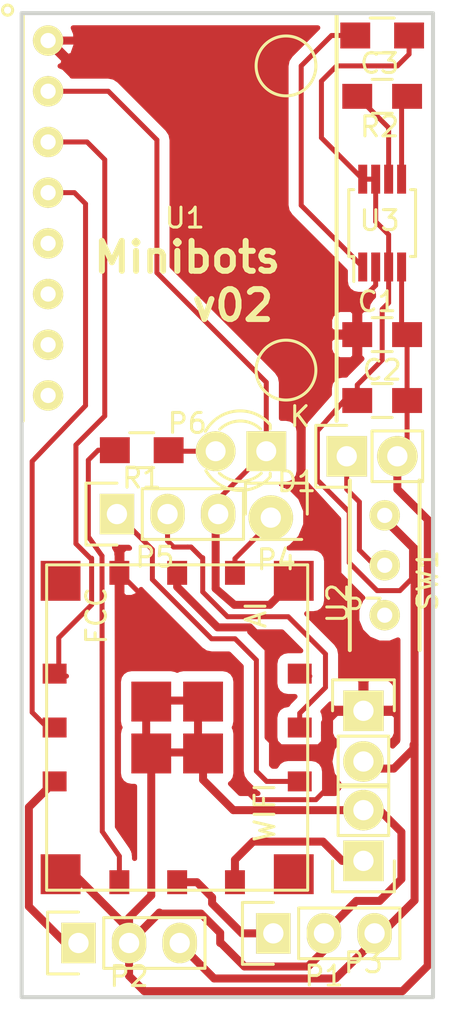
<source format=kicad_pcb>
(kicad_pcb (version 4) (host pcbnew 4.0.2+dfsg1-stable)

  (general
    (links 42)
    (no_connects 1)
    (area 139.424999 69.320999 162.2904 120.650001)
    (thickness 1.6)
    (drawings 5)
    (tracks 248)
    (zones 0)
    (modules 17)
    (nets 25)
  )

  (page A4)
  (layers
    (0 F.Cu signal)
    (31 B.Cu signal hide)
    (32 B.Adhes user hide)
    (33 F.Adhes user hide)
    (34 B.Paste user hide)
    (35 F.Paste user hide)
    (36 B.SilkS user hide)
    (37 F.SilkS user)
    (38 B.Mask user hide)
    (39 F.Mask user)
    (40 Dwgs.User user hide)
    (41 Cmts.User user hide)
    (42 Eco1.User user hide)
    (43 Eco2.User user hide)
    (44 Edge.Cuts user)
    (45 Margin user hide)
    (46 B.CrtYd user hide)
    (47 F.CrtYd user hide)
    (48 B.Fab user hide)
    (49 F.Fab user)
  )

  (setup
    (last_trace_width 0.25)
    (user_trace_width 0.4)
    (trace_clearance 0.2)
    (zone_clearance 0.508)
    (zone_45_only no)
    (trace_min 0.2)
    (segment_width 0.2)
    (edge_width 0.2)
    (via_size 0.6)
    (via_drill 0.4)
    (via_min_size 0.4)
    (via_min_drill 0.3)
    (uvia_size 0.3)
    (uvia_drill 0.1)
    (uvias_allowed no)
    (uvia_min_size 0.2)
    (uvia_min_drill 0.1)
    (pcb_text_width 0.3)
    (pcb_text_size 1.5 1.5)
    (mod_edge_width 0.15)
    (mod_text_size 1 1)
    (mod_text_width 0.15)
    (pad_size 2.2352 2.2352)
    (pad_drill 1.016)
    (pad_to_mask_clearance 0.2)
    (aux_axis_origin 0 0)
    (visible_elements FFFFFB3F)
    (pcbplotparams
      (layerselection 0x010a0_00000001)
      (usegerberextensions true)
      (excludeedgelayer true)
      (linewidth 0.100000)
      (plotframeref false)
      (viasonmask false)
      (mode 1)
      (useauxorigin false)
      (hpglpennumber 1)
      (hpglpenspeed 20)
      (hpglpendiameter 15)
      (hpglpenoverlay 2)
      (psnegative false)
      (psa4output false)
      (plotreference true)
      (plotvalue false)
      (plotinvisibletext false)
      (padsonsilk false)
      (subtractmaskfromsilk false)
      (outputformat 1)
      (mirror false)
      (drillshape 0)
      (scaleselection 1)
      (outputdirectory Gerberfiles/))
  )

  (net 0 "")
  (net 1 GND)
  (net 2 "Net-(D1-Pad2)")
  (net 3 "Net-(P1-Pad1)")
  (net 4 "Net-(P2-Pad1)")
  (net 5 "Net-(P4-Pad1)")
  (net 6 "Net-(P5-Pad1)")
  (net 7 "Net-(P5-Pad2)")
  (net 8 "Net-(U1-Pad3)")
  (net 9 "Net-(U1-Pad4)")
  (net 10 "Net-(U1-Pad5)")
  (net 11 "Net-(U1-Pad6)")
  (net 12 "Net-(U1-Pad7)")
  (net 13 "Net-(U1-Pad8)")
  (net 14 "Net-(C1-Pad1)")
  (net 15 "Net-(C2-Pad1)")
  (net 16 "Net-(C3-Pad1)")
  (net 17 "Net-(C3-Pad2)")
  (net 18 "Net-(R2-Pad2)")
  (net 19 "Net-(P6-Pad1)")
  (net 20 "Net-(P3-Pad1)")
  (net 21 "Net-(R1-Pad1)")
  (net 22 "Net-(U2-Pad5)")
  (net 23 "Net-(U2-Pad13)")
  (net 24 "Net-(U2-Pad16)")

  (net_class Default "This is the default net class."
    (clearance 0.2)
    (trace_width 0.25)
    (via_dia 0.6)
    (via_drill 0.4)
    (uvia_dia 0.3)
    (uvia_drill 0.1)
    (add_net GND)
    (add_net "Net-(C1-Pad1)")
    (add_net "Net-(C2-Pad1)")
    (add_net "Net-(C3-Pad1)")
    (add_net "Net-(C3-Pad2)")
    (add_net "Net-(D1-Pad2)")
    (add_net "Net-(P1-Pad1)")
    (add_net "Net-(P2-Pad1)")
    (add_net "Net-(P3-Pad1)")
    (add_net "Net-(P4-Pad1)")
    (add_net "Net-(P5-Pad1)")
    (add_net "Net-(P5-Pad2)")
    (add_net "Net-(P6-Pad1)")
    (add_net "Net-(R1-Pad1)")
    (add_net "Net-(R2-Pad2)")
    (add_net "Net-(U1-Pad3)")
    (add_net "Net-(U1-Pad4)")
    (add_net "Net-(U1-Pad5)")
    (add_net "Net-(U1-Pad6)")
    (add_net "Net-(U1-Pad7)")
    (add_net "Net-(U1-Pad8)")
    (add_net "Net-(U2-Pad13)")
    (add_net "Net-(U2-Pad16)")
    (add_net "Net-(U2-Pad5)")
  )

  (module LEDs:LED-3MM (layer F.Cu) (tedit 5C61C69B) (tstamp 5C611E64)
    (at 152.9334 91.948 180)
    (descr "LED 3mm round vertical")
    (tags "LED  3mm round vertical")
    (path /5C5E05C2)
    (fp_text reference D1 (at -1.524 -1.524 180) (layer F.SilkS)
      (effects (font (size 1 1) (thickness 0.15)))
    )
    (fp_text value LED (at 1.651 0.254 180) (layer F.Fab)
      (effects (font (size 1 1) (thickness 0.15)))
    )
    (fp_line (start -1.2 2.3) (end 3.8 2.3) (layer F.CrtYd) (width 0.05))
    (fp_line (start 3.8 2.3) (end 3.8 -2.2) (layer F.CrtYd) (width 0.05))
    (fp_line (start 3.8 -2.2) (end -1.2 -2.2) (layer F.CrtYd) (width 0.05))
    (fp_line (start -1.2 -2.2) (end -1.2 2.3) (layer F.CrtYd) (width 0.05))
    (fp_line (start -0.199 1.314) (end -0.199 1.114) (layer F.SilkS) (width 0.15))
    (fp_line (start -0.199 -1.28) (end -0.199 -1.1) (layer F.SilkS) (width 0.15))
    (fp_arc (start 1.301 0.034) (end -0.199 -1.286) (angle 108.5) (layer F.SilkS) (width 0.15))
    (fp_arc (start 1.301 0.034) (end 0.25 -1.1) (angle 85.7) (layer F.SilkS) (width 0.15))
    (fp_arc (start 1.311 0.034) (end 3.051 0.994) (angle 110) (layer F.SilkS) (width 0.15))
    (fp_arc (start 1.301 0.034) (end 2.335 1.094) (angle 87.5) (layer F.SilkS) (width 0.15))
    (fp_text user K (at -1.69 1.74 180) (layer F.SilkS)
      (effects (font (size 1 1) (thickness 0.15)))
    )
    (pad 1 thru_hole rect (at 0 0 270) (size 2 2) (drill 1.00076) (layers F.Cu F.SilkS F.Mask)
      (net 1 GND))
    (pad 2 thru_hole circle (at 2.54 0 180) (size 2 2) (drill 1.00076) (layers F.Cu F.SilkS F.Mask)
      (net 2 "Net-(D1-Pad2)"))
    (model LEDs.3dshapes/LED-3MM.wrl
      (at (xyz 0.05 0 0))
      (scale (xyz 1 1 1))
      (rotate (xyz 0 0 90))
    )
  )

  (module Pin_Headers:Pin_Header_Straight_1x03 (layer F.Cu) (tedit 5C61C6FD) (tstamp 5C611E76)
    (at 143.51 116.586 90)
    (descr "Through hole pin header")
    (tags "pin header")
    (path /5C5E1050)
    (fp_text reference P1 (at -1.651 12.319 180) (layer F.SilkS)
      (effects (font (size 1 1) (thickness 0.15)))
    )
    (fp_text value LeftMotor (at 1.524 2.413 180) (layer F.Fab)
      (effects (font (size 1 1) (thickness 0.15)))
    )
    (fp_line (start -1.75 -1.75) (end -1.75 6.85) (layer F.CrtYd) (width 0.05))
    (fp_line (start 1.75 -1.75) (end 1.75 6.85) (layer F.CrtYd) (width 0.05))
    (fp_line (start -1.75 -1.75) (end 1.75 -1.75) (layer F.CrtYd) (width 0.05))
    (fp_line (start -1.75 6.85) (end 1.75 6.85) (layer F.CrtYd) (width 0.05))
    (fp_line (start -1.27 1.27) (end -1.27 6.35) (layer F.SilkS) (width 0.15))
    (fp_line (start -1.27 6.35) (end 1.27 6.35) (layer F.SilkS) (width 0.15))
    (fp_line (start 1.27 6.35) (end 1.27 1.27) (layer F.SilkS) (width 0.15))
    (fp_line (start 1.55 -1.55) (end 1.55 0) (layer F.SilkS) (width 0.15))
    (fp_line (start 1.27 1.27) (end -1.27 1.27) (layer F.SilkS) (width 0.15))
    (fp_line (start -1.55 0) (end -1.55 -1.55) (layer F.SilkS) (width 0.15))
    (fp_line (start -1.55 -1.55) (end 1.55 -1.55) (layer F.SilkS) (width 0.15))
    (pad 1 thru_hole rect (at 0 0 90) (size 2.032 1.7272) (drill 1.016) (layers F.Cu F.SilkS F.Mask)
      (net 3 "Net-(P1-Pad1)"))
    (pad 2 thru_hole oval (at 0 2.54 90) (size 2.032 1.7272) (drill 1.016) (layers F.Cu F.SilkS F.Mask)
      (net 1 GND))
    (pad 3 thru_hole oval (at 0 5.08 90) (size 2.032 1.7272) (drill 1.016) (layers F.Cu F.SilkS F.Mask)
      (net 15 "Net-(C2-Pad1)"))
    (model Pin_Headers.3dshapes/Pin_Header_Straight_1x03.wrl
      (at (xyz 0 -0.1 0))
      (scale (xyz 1 1 1))
      (rotate (xyz 0 0 90))
    )
  )

  (module Pin_Headers:Pin_Header_Straight_1x03 (layer F.Cu) (tedit 5C61C70E) (tstamp 5C611E88)
    (at 153.289 116.1034 90)
    (descr "Through hole pin header")
    (tags "pin header")
    (path /5C5E10B1)
    (fp_text reference P2 (at -2.159 -7.239 180) (layer F.SilkS)
      (effects (font (size 1 1) (thickness 0.15)))
    )
    (fp_text value RightMotor (at 1.524 2.54 180) (layer F.Fab)
      (effects (font (size 1 1) (thickness 0.15)))
    )
    (fp_line (start -1.75 -1.75) (end -1.75 6.85) (layer F.CrtYd) (width 0.05))
    (fp_line (start 1.75 -1.75) (end 1.75 6.85) (layer F.CrtYd) (width 0.05))
    (fp_line (start -1.75 -1.75) (end 1.75 -1.75) (layer F.CrtYd) (width 0.05))
    (fp_line (start -1.75 6.85) (end 1.75 6.85) (layer F.CrtYd) (width 0.05))
    (fp_line (start -1.27 1.27) (end -1.27 6.35) (layer F.SilkS) (width 0.15))
    (fp_line (start -1.27 6.35) (end 1.27 6.35) (layer F.SilkS) (width 0.15))
    (fp_line (start 1.27 6.35) (end 1.27 1.27) (layer F.SilkS) (width 0.15))
    (fp_line (start 1.55 -1.55) (end 1.55 0) (layer F.SilkS) (width 0.15))
    (fp_line (start 1.27 1.27) (end -1.27 1.27) (layer F.SilkS) (width 0.15))
    (fp_line (start -1.55 0) (end -1.55 -1.55) (layer F.SilkS) (width 0.15))
    (fp_line (start -1.55 -1.55) (end 1.55 -1.55) (layer F.SilkS) (width 0.15))
    (pad 1 thru_hole rect (at 0 0 90) (size 2.032 1.7272) (drill 1.016) (layers F.Cu F.SilkS F.Mask)
      (net 4 "Net-(P2-Pad1)"))
    (pad 2 thru_hole oval (at 0 2.54 90) (size 2.032 1.7272) (drill 1.016) (layers F.Cu F.SilkS F.Mask)
      (net 1 GND))
    (pad 3 thru_hole oval (at 0 5.08 90) (size 2.032 1.7272) (drill 1.016) (layers F.Cu F.SilkS F.Mask)
      (net 15 "Net-(C2-Pad1)"))
    (model Pin_Headers.3dshapes/Pin_Header_Straight_1x03.wrl
      (at (xyz 0 -0.1 0))
      (scale (xyz 1 1 1))
      (rotate (xyz 0 0 90))
    )
  )

  (module Pin_Headers:Pin_Header_Straight_1x01 (layer F.Cu) (tedit 5C62EA5A) (tstamp 5C611EA7)
    (at 153.4414 95.0976)
    (descr "Through hole pin header")
    (tags "pin header")
    (path /5C5EF70E)
    (fp_text reference P4 (at 0 2.286) (layer F.SilkS)
      (effects (font (size 1 1) (thickness 0.15)))
    )
    (fp_text value Antenna (at 1.27 0.127 90) (layer F.Fab)
      (effects (font (size 1 1) (thickness 0.15)))
    )
    (fp_line (start 1.55 -1.55) (end 1.55 0) (layer F.SilkS) (width 0.15))
    (fp_line (start -1.75 -1.75) (end -1.75 1.75) (layer F.CrtYd) (width 0.05))
    (fp_line (start 1.75 -1.75) (end 1.75 1.75) (layer F.CrtYd) (width 0.05))
    (fp_line (start -1.75 -1.75) (end 1.75 -1.75) (layer F.CrtYd) (width 0.05))
    (fp_line (start -1.75 1.75) (end 1.75 1.75) (layer F.CrtYd) (width 0.05))
    (fp_line (start -1.55 0) (end -1.55 -1.55) (layer F.SilkS) (width 0.15))
    (fp_line (start -1.55 -1.55) (end 1.55 -1.55) (layer F.SilkS) (width 0.15))
    (fp_line (start -1.27 1.27) (end 1.27 1.27) (layer F.SilkS) (width 0.15))
    (pad 1 thru_hole circle (at -0.2794 0.1778) (size 2.2352 2.2352) (drill 1.016) (layers F.Cu F.SilkS F.Mask)
      (net 5 "Net-(P4-Pad1)"))
    (model Pin_Headers.3dshapes/Pin_Header_Straight_1x01.wrl
      (at (xyz 0 0 0))
      (scale (xyz 1 1 1))
      (rotate (xyz 0 0 90))
    )
  )

  (module Pin_Headers:Pin_Header_Straight_1x03 (layer F.Cu) (tedit 5C61C6B6) (tstamp 5C611EB9)
    (at 145.4404 95.0976 90)
    (descr "Through hole pin header")
    (tags "pin header")
    (path /5C5E0827)
    (fp_text reference P5 (at -2.159 1.905 180) (layer F.SilkS)
      (effects (font (size 1 1) (thickness 0.15)))
    )
    (fp_text value Serial (at -1.397 2.921 180) (layer F.Fab)
      (effects (font (size 1 1) (thickness 0.15)))
    )
    (fp_line (start -1.75 -1.75) (end -1.75 6.85) (layer F.CrtYd) (width 0.05))
    (fp_line (start 1.75 -1.75) (end 1.75 6.85) (layer F.CrtYd) (width 0.05))
    (fp_line (start -1.75 -1.75) (end 1.75 -1.75) (layer F.CrtYd) (width 0.05))
    (fp_line (start -1.75 6.85) (end 1.75 6.85) (layer F.CrtYd) (width 0.05))
    (fp_line (start -1.27 1.27) (end -1.27 6.35) (layer F.SilkS) (width 0.15))
    (fp_line (start -1.27 6.35) (end 1.27 6.35) (layer F.SilkS) (width 0.15))
    (fp_line (start 1.27 6.35) (end 1.27 1.27) (layer F.SilkS) (width 0.15))
    (fp_line (start 1.55 -1.55) (end 1.55 0) (layer F.SilkS) (width 0.15))
    (fp_line (start 1.27 1.27) (end -1.27 1.27) (layer F.SilkS) (width 0.15))
    (fp_line (start -1.55 0) (end -1.55 -1.55) (layer F.SilkS) (width 0.15))
    (fp_line (start -1.55 -1.55) (end 1.55 -1.55) (layer F.SilkS) (width 0.15))
    (pad 1 thru_hole rect (at 0 0 90) (size 2.032 1.7272) (drill 1.016) (layers F.Cu F.SilkS F.Mask)
      (net 6 "Net-(P5-Pad1)"))
    (pad 2 thru_hole oval (at 0 2.54 90) (size 2.032 1.7272) (drill 1.016) (layers F.Cu F.SilkS F.Mask)
      (net 7 "Net-(P5-Pad2)"))
    (pad 3 thru_hole oval (at 0 5.08 90) (size 2.032 1.7272) (drill 1.016) (layers F.Cu F.SilkS F.Mask)
      (net 1 GND))
    (model Pin_Headers.3dshapes/Pin_Header_Straight_1x03.wrl
      (at (xyz 0 -0.1 0))
      (scale (xyz 1 1 1))
      (rotate (xyz 0 0 90))
    )
  )

  (module smartcars:MiniSlideSwitch (layer F.Cu) (tedit 5C61C6E3) (tstamp 5C611ED4)
    (at 158.877 97.663 270)
    (path /5C5E0921)
    (fp_text reference SW1 (at 0.762 -2.159 270) (layer F.SilkS)
      (effects (font (size 1 1) (thickness 0.15)))
    )
    (fp_text value Switch (at 0.254 1.016 270) (layer F.Fab)
      (effects (font (size 1 1) (thickness 0.15)))
    )
    (fp_line (start -4.25 1.75) (end 4.25 1.75) (layer F.SilkS) (width 0.2))
    (fp_line (start -4.25 -1.75) (end 4.25 -1.75) (layer F.SilkS) (width 0.2))
    (fp_line (start -4.25 1.75) (end 4.25 1.75) (layer F.Fab) (width 0.15))
    (fp_line (start -4.25 -1.75) (end 4.25 -1.75) (layer F.Fab) (width 0.15))
    (fp_line (start 4.25 -1.75) (end 4.25 1.75) (layer F.Fab) (width 0.15))
    (fp_line (start -4.25 -1.75) (end -4.25 1.75) (layer F.Fab) (width 0.15))
    (pad 2 thru_hole circle (at 0 0 270) (size 1.524 1.524) (drill 0.762) (layers F.Cu F.SilkS F.Mask)
      (net 19 "Net-(P6-Pad1)"))
    (pad 1 thru_hole circle (at -2.5 0 270) (size 1.524 1.524) (drill 0.762) (layers F.Cu F.SilkS F.Mask)
      (net 15 "Net-(C2-Pad1)"))
    (pad 3 thru_hole circle (at 2.5 0 270) (size 1.524 1.524) (drill 0.762) (layers F.Cu F.SilkS F.Mask))
  )

  (module smartcars:MPU6050 (layer F.Cu) (tedit 5C61C74F) (tstamp 5C611EE9)
    (at 148.59 80.264)
    (path /5C5E2C91)
    (fp_text reference U1 (at 0.254 0) (layer F.SilkS)
      (effects (font (size 1 1) (thickness 0.15)))
    )
    (fp_text value MPU6050 (at 0.381 -1.778) (layer F.Fab)
      (effects (font (size 1 1) (thickness 0.15)))
    )
    (fp_circle (center 5.334 7.62) (end 6.834 7.62) (layer F.SilkS) (width 0.15))
    (fp_circle (center 5.334 -7.62) (end 6.834 -7.62) (layer F.SilkS) (width 0.15))
    (fp_circle (center -8.636 -10.414) (end -8.636 -10.668) (layer F.SilkS) (width 0.15))
    (fp_line (start 7.874 -10.16) (end 7.874 10.16) (layer F.SilkS) (width 0.2))
    (fp_line (start -7.874 -10.16) (end -7.874 10.16) (layer F.SilkS) (width 0.2))
    (fp_line (start -7.78006 10.130925) (end 7.78006 10.130926) (layer F.Fab) (width 0.15))
    (fp_line (start -7.78006 -10.130925) (end 7.78006 -10.130925) (layer F.Fab) (width 0.15))
    (fp_line (start 7.79006 -10.130925) (end 7.79006 10.130925) (layer F.Fab) (width 0.15))
    (fp_line (start -7.7806 -10.130925) (end -7.7806 10.130925) (layer F.Fab) (width 0.15))
    (pad 1 thru_hole circle (at -6.604 -8.89) (size 1.524 1.524) (drill 0.762) (layers F.Cu F.SilkS F.Mask)
      (net 14 "Net-(C1-Pad1)"))
    (pad 2 thru_hole circle (at -6.604 -6.35) (size 1.524 1.524) (drill 0.762) (layers F.Cu F.SilkS F.Mask)
      (net 1 GND))
    (pad 3 thru_hole circle (at -6.604 -3.81) (size 1.524 1.524) (drill 0.762) (layers F.Cu F.SilkS F.Mask)
      (net 8 "Net-(U1-Pad3)"))
    (pad 4 thru_hole circle (at -6.604 -1.27) (size 1.524 1.524) (drill 0.762) (layers F.Cu F.SilkS F.Mask)
      (net 9 "Net-(U1-Pad4)"))
    (pad 5 thru_hole circle (at -6.604 1.27) (size 1.524 1.524) (drill 0.762) (layers F.Cu F.SilkS F.Mask)
      (net 10 "Net-(U1-Pad5)"))
    (pad 6 thru_hole circle (at -6.604 3.81) (size 1.524 1.524) (drill 0.762) (layers F.Cu F.Paste F.SilkS F.Mask)
      (net 11 "Net-(U1-Pad6)"))
    (pad 7 thru_hole circle (at -6.604 6.35) (size 1.524 1.524) (drill 0.762) (layers F.Cu F.SilkS F.Mask)
      (net 12 "Net-(U1-Pad7)"))
    (pad 8 thru_hole circle (at -6.604 8.89) (size 1.524 1.524) (drill 0.762) (layers F.Cu F.SilkS F.Mask)
      (net 13 "Net-(U1-Pad8)"))
  )

  (module Capacitors_SMD:C_0805_HandSoldering (layer F.Cu) (tedit 5C61BF95) (tstamp 5C63022F)
    (at 158.75 86.106)
    (descr "Capacitor SMD 0805, hand soldering")
    (tags "capacitor 0805")
    (path /5C607B56)
    (attr smd)
    (fp_text reference C1 (at -0.254 -1.651) (layer F.SilkS)
      (effects (font (size 1 1) (thickness 0.15)))
    )
    (fp_text value 10uf (at 0 2.1) (layer F.Fab)
      (effects (font (size 1 1) (thickness 0.15)))
    )
    (fp_line (start -2.3 -1) (end 2.3 -1) (layer F.CrtYd) (width 0.05))
    (fp_line (start -2.3 1) (end 2.3 1) (layer F.CrtYd) (width 0.05))
    (fp_line (start -2.3 -1) (end -2.3 1) (layer F.CrtYd) (width 0.05))
    (fp_line (start 2.3 -1) (end 2.3 1) (layer F.CrtYd) (width 0.05))
    (fp_line (start 0.5 -0.85) (end -0.5 -0.85) (layer F.SilkS) (width 0.15))
    (fp_line (start -0.5 0.85) (end 0.5 0.85) (layer F.SilkS) (width 0.15))
    (pad 1 smd rect (at -1.25 0) (size 1.5 1.25) (layers F.Cu F.Paste F.Mask)
      (net 14 "Net-(C1-Pad1)"))
    (pad 2 smd rect (at 1.25 0) (size 1.5 1.25) (layers F.Cu F.Paste F.Mask)
      (net 1 GND))
    (model Capacitors_SMD.3dshapes/C_0805_HandSoldering.wrl
      (at (xyz 0 0 0))
      (scale (xyz 1 1 1))
      (rotate (xyz 0 0 0))
    )
  )

  (module Capacitors_SMD:C_0805_HandSoldering (layer F.Cu) (tedit 5C61C054) (tstamp 5C63023B)
    (at 158.75 89.408)
    (descr "Capacitor SMD 0805, hand soldering")
    (tags "capacitor 0805")
    (path /5C607BF3)
    (attr smd)
    (fp_text reference C2 (at 0 -1.524) (layer F.SilkS)
      (effects (font (size 1 1) (thickness 0.15)))
    )
    (fp_text value 10uf (at 0 2.1) (layer F.Fab)
      (effects (font (size 1 1) (thickness 0.15)))
    )
    (fp_line (start -2.3 -1) (end 2.3 -1) (layer F.CrtYd) (width 0.05))
    (fp_line (start -2.3 1) (end 2.3 1) (layer F.CrtYd) (width 0.05))
    (fp_line (start -2.3 -1) (end -2.3 1) (layer F.CrtYd) (width 0.05))
    (fp_line (start 2.3 -1) (end 2.3 1) (layer F.CrtYd) (width 0.05))
    (fp_line (start 0.5 -0.85) (end -0.5 -0.85) (layer F.SilkS) (width 0.15))
    (fp_line (start -0.5 0.85) (end 0.5 0.85) (layer F.SilkS) (width 0.15))
    (pad 1 smd rect (at -1.25 0) (size 1.5 1.25) (layers F.Cu F.Paste F.Mask)
      (net 15 "Net-(C2-Pad1)"))
    (pad 2 smd rect (at 1.25 0) (size 1.5 1.25) (layers F.Cu F.Paste F.Mask)
      (net 1 GND))
    (model Capacitors_SMD.3dshapes/C_0805_HandSoldering.wrl
      (at (xyz 0 0 0))
      (scale (xyz 1 1 1))
      (rotate (xyz 0 0 0))
    )
  )

  (module Capacitors_SMD:C_0805_HandSoldering (layer F.Cu) (tedit 5C61C364) (tstamp 5C630247)
    (at 158.75 74.168)
    (descr "Capacitor SMD 0805, hand soldering")
    (tags "capacitor 0805")
    (path /5C6058A0)
    (attr smd)
    (fp_text reference C3 (at -0.127 -1.651) (layer F.SilkS)
      (effects (font (size 1 1) (thickness 0.15)))
    )
    (fp_text value 1uf (at 0 -0.127) (layer F.Fab)
      (effects (font (size 1 1) (thickness 0.15)))
    )
    (fp_line (start -2.3 -1) (end 2.3 -1) (layer F.CrtYd) (width 0.05))
    (fp_line (start -2.3 1) (end 2.3 1) (layer F.CrtYd) (width 0.05))
    (fp_line (start -2.3 -1) (end -2.3 1) (layer F.CrtYd) (width 0.05))
    (fp_line (start 2.3 -1) (end 2.3 1) (layer F.CrtYd) (width 0.05))
    (fp_line (start 0.5 -0.85) (end -0.5 -0.85) (layer F.SilkS) (width 0.15))
    (fp_line (start -0.5 0.85) (end 0.5 0.85) (layer F.SilkS) (width 0.15))
    (pad 1 smd rect (at -1.25 0) (size 1.5 1.25) (layers F.Cu F.Paste F.Mask)
      (net 16 "Net-(C3-Pad1)"))
    (pad 2 smd rect (at 1.25 0) (size 1.5 1.25) (layers F.Cu F.Paste F.Mask)
      (net 17 "Net-(C3-Pad2)"))
    (model Capacitors_SMD.3dshapes/C_0805_HandSoldering.wrl
      (at (xyz 0 0 0))
      (scale (xyz 1 1 1))
      (rotate (xyz 0 0 0))
    )
  )

  (module Resistors_SMD:R_0805_HandSoldering (layer F.Cu) (tedit 5C61C35D) (tstamp 5C630253)
    (at 158.75 71.12 180)
    (descr "Resistor SMD 0805, hand soldering")
    (tags "resistor 0805")
    (path /5C605C58)
    (attr smd)
    (fp_text reference R2 (at 0.127 -4.572 180) (layer F.SilkS)
      (effects (font (size 1 1) (thickness 0.15)))
    )
    (fp_text value 100k (at 0.127 0 180) (layer F.Fab)
      (effects (font (size 1 1) (thickness 0.15)))
    )
    (fp_line (start -2.4 -1) (end 2.4 -1) (layer F.CrtYd) (width 0.05))
    (fp_line (start -2.4 1) (end 2.4 1) (layer F.CrtYd) (width 0.05))
    (fp_line (start -2.4 -1) (end -2.4 1) (layer F.CrtYd) (width 0.05))
    (fp_line (start 2.4 -1) (end 2.4 1) (layer F.CrtYd) (width 0.05))
    (fp_line (start 0.6 0.875) (end -0.6 0.875) (layer F.SilkS) (width 0.15))
    (fp_line (start -0.6 -0.875) (end 0.6 -0.875) (layer F.SilkS) (width 0.15))
    (pad 1 smd rect (at -1.35 0 180) (size 1.5 1.3) (layers F.Cu F.Paste F.Mask)
      (net 15 "Net-(C2-Pad1)"))
    (pad 2 smd rect (at 1.35 0 180) (size 1.5 1.3) (layers F.Cu F.Paste F.Mask)
      (net 18 "Net-(R2-Pad2)"))
    (model Resistors_SMD.3dshapes/R_0805_HandSoldering.wrl
      (at (xyz 0 0 0))
      (scale (xyz 1 1 1))
      (rotate (xyz 0 0 0))
    )
  )

  (module Housings_SSOP:MSOP-8_3x3mm_Pitch0.65mm (layer F.Cu) (tedit 5C61C355) (tstamp 5C63026A)
    (at 158.75 80.518 90)
    (descr "8-Lead Plastic Micro Small Outline Package (MS) [MSOP] (see Microchip Packaging Specification 00000049BS.pdf)")
    (tags "SSOP 0.65")
    (path /5C6055B2)
    (attr smd)
    (fp_text reference U3 (at 0.127 -0.127 180) (layer F.SilkS)
      (effects (font (size 1 1) (thickness 0.15)))
    )
    (fp_text value MCP1253 (at -0.127 -0.889 180) (layer F.Fab)
      (effects (font (size 1 1) (thickness 0.15)))
    )
    (fp_line (start -3.2 -1.85) (end -3.2 1.85) (layer F.CrtYd) (width 0.05))
    (fp_line (start 3.2 -1.85) (end 3.2 1.85) (layer F.CrtYd) (width 0.05))
    (fp_line (start -3.2 -1.85) (end 3.2 -1.85) (layer F.CrtYd) (width 0.05))
    (fp_line (start -3.2 1.85) (end 3.2 1.85) (layer F.CrtYd) (width 0.05))
    (fp_line (start -1.675 -1.675) (end -1.675 -1.425) (layer F.SilkS) (width 0.15))
    (fp_line (start 1.675 -1.675) (end 1.675 -1.425) (layer F.SilkS) (width 0.15))
    (fp_line (start 1.675 1.675) (end 1.675 1.425) (layer F.SilkS) (width 0.15))
    (fp_line (start -1.675 1.675) (end -1.675 1.425) (layer F.SilkS) (width 0.15))
    (fp_line (start -1.675 -1.675) (end 1.675 -1.675) (layer F.SilkS) (width 0.15))
    (fp_line (start -1.675 1.675) (end 1.675 1.675) (layer F.SilkS) (width 0.15))
    (fp_line (start -1.675 -1.425) (end -2.925 -1.425) (layer F.SilkS) (width 0.15))
    (pad 1 smd rect (at -2.2 -0.975 90) (size 1.45 0.45) (layers F.Cu F.Paste F.Mask)
      (net 18 "Net-(R2-Pad2)"))
    (pad 2 smd rect (at -2.2 -0.325 90) (size 1.45 0.45) (layers F.Cu F.Paste F.Mask)
      (net 14 "Net-(C1-Pad1)"))
    (pad 3 smd rect (at -2.2 0.325 90) (size 1.45 0.45) (layers F.Cu F.Paste F.Mask)
      (net 15 "Net-(C2-Pad1)"))
    (pad 4 smd rect (at -2.2 0.975 90) (size 1.45 0.45) (layers F.Cu F.Paste F.Mask)
      (net 1 GND))
    (pad 5 smd rect (at 2.2 0.975 90) (size 1.45 0.45) (layers F.Cu F.Paste F.Mask)
      (net 17 "Net-(C3-Pad2)"))
    (pad 6 smd rect (at 2.2 0.325 90) (size 1.45 0.45) (layers F.Cu F.Paste F.Mask)
      (net 16 "Net-(C3-Pad1)"))
    (pad 7 smd rect (at 2.2 -0.325 90) (size 1.45 0.45) (layers F.Cu F.Paste F.Mask)
      (net 15 "Net-(C2-Pad1)"))
    (pad 8 smd rect (at 2.2 -0.975 90) (size 1.45 0.45) (layers F.Cu F.Paste F.Mask)
      (net 15 "Net-(C2-Pad1)"))
    (model Housings_SSOP.3dshapes/MSOP-8_3x3mm_Pitch0.65mm.wrl
      (at (xyz 0 0 0))
      (scale (xyz 1 1 1))
      (rotate (xyz 0 0 0))
    )
  )

  (module Resistors_SMD:R_0805_HandSoldering (layer F.Cu) (tedit 5D0A6254) (tstamp 5C611EC7)
    (at 146.685 91.8972)
    (descr "Resistor SMD 0805, hand soldering")
    (tags "resistor 0805")
    (path /5C5E0580)
    (attr smd)
    (fp_text reference R1 (at 0 1.397) (layer F.SilkS)
      (effects (font (size 1 1) (thickness 0.15)))
    )
    (fp_text value 100 (at 0.1016 -1.016) (layer F.Fab)
      (effects (font (size 1 1) (thickness 0.15)))
    )
    (fp_line (start -2.4 -1) (end 2.4 -1) (layer F.CrtYd) (width 0.05))
    (fp_line (start -2.4 1) (end 2.4 1) (layer F.CrtYd) (width 0.05))
    (fp_line (start -2.4 -1) (end -2.4 1) (layer F.CrtYd) (width 0.05))
    (fp_line (start 2.4 -1) (end 2.4 1) (layer F.CrtYd) (width 0.05))
    (fp_line (start 0.6 0.875) (end -0.6 0.875) (layer F.SilkS) (width 0.15))
    (fp_line (start -0.6 -0.875) (end 0.6 -0.875) (layer F.SilkS) (width 0.15))
    (pad 1 smd rect (at -1.35 0) (size 1.5 1.3) (layers F.Cu F.Paste F.Mask)
      (net 21 "Net-(R1-Pad1)"))
    (pad 2 smd rect (at 1.35 0) (size 1.5 1.3) (layers F.Cu F.Paste F.Mask)
      (net 2 "Net-(D1-Pad2)"))
    (model Resistors_SMD.3dshapes/R_0805_HandSoldering.wrl
      (at (xyz 0 0 0))
      (scale (xyz 1 1 1))
      (rotate (xyz 0 0 0))
    )
  )

  (module Pin_Headers:Pin_Header_Straight_1x02 (layer F.Cu) (tedit 5D0A6261) (tstamp 5C665BA7)
    (at 156.972 92.202 90)
    (descr "Through hole pin header")
    (tags "pin header")
    (path /5C60864B)
    (fp_text reference P6 (at 1.651 -8.001 180) (layer F.SilkS)
      (effects (font (size 1 1) (thickness 0.15)))
    )
    (fp_text value VCC (at 0.0762 4.3434 90) (layer F.Fab)
      (effects (font (size 1 1) (thickness 0.15)))
    )
    (fp_line (start 1.27 1.27) (end 1.27 3.81) (layer F.SilkS) (width 0.15))
    (fp_line (start 1.55 -1.55) (end 1.55 0) (layer F.SilkS) (width 0.15))
    (fp_line (start -1.75 -1.75) (end -1.75 4.3) (layer F.CrtYd) (width 0.05))
    (fp_line (start 1.75 -1.75) (end 1.75 4.3) (layer F.CrtYd) (width 0.05))
    (fp_line (start -1.75 -1.75) (end 1.75 -1.75) (layer F.CrtYd) (width 0.05))
    (fp_line (start -1.75 4.3) (end 1.75 4.3) (layer F.CrtYd) (width 0.05))
    (fp_line (start 1.27 1.27) (end -1.27 1.27) (layer F.SilkS) (width 0.15))
    (fp_line (start -1.55 0) (end -1.55 -1.55) (layer F.SilkS) (width 0.15))
    (fp_line (start -1.55 -1.55) (end 1.55 -1.55) (layer F.SilkS) (width 0.15))
    (fp_line (start -1.27 1.27) (end -1.27 3.81) (layer F.SilkS) (width 0.15))
    (fp_line (start -1.27 3.81) (end 1.27 3.81) (layer F.SilkS) (width 0.15))
    (pad 1 thru_hole rect (at 0 0 90) (size 2.032 2.032) (drill 1.016) (layers F.Cu F.SilkS F.Mask)
      (net 19 "Net-(P6-Pad1)"))
    (pad 2 thru_hole oval (at 0 2.54 90) (size 2.032 2.032) (drill 1.016) (layers F.Cu F.SilkS F.Mask)
      (net 1 GND))
    (model Pin_Headers.3dshapes/Pin_Header_Straight_1x02.wrl
      (at (xyz 0 -0.05 0))
      (scale (xyz 1 1 1))
      (rotate (xyz 0 0 90))
    )
  )

  (module Pin_Headers:Pin_Header_Straight_1x02 (layer F.Cu) (tedit 54EA090C) (tstamp 5D0F193C)
    (at 157.8102 104.9528)
    (descr "Through hole pin header")
    (tags "pin header")
    (path /5D0A07A8)
    (fp_text reference P7 (at 0 -5.1) (layer F.SilkS)
      (effects (font (size 1 1) (thickness 0.15)))
    )
    (fp_text value Power (at 0 -3.1) (layer F.Fab)
      (effects (font (size 1 1) (thickness 0.15)))
    )
    (fp_line (start 1.27 1.27) (end 1.27 3.81) (layer F.SilkS) (width 0.15))
    (fp_line (start 1.55 -1.55) (end 1.55 0) (layer F.SilkS) (width 0.15))
    (fp_line (start -1.75 -1.75) (end -1.75 4.3) (layer F.CrtYd) (width 0.05))
    (fp_line (start 1.75 -1.75) (end 1.75 4.3) (layer F.CrtYd) (width 0.05))
    (fp_line (start -1.75 -1.75) (end 1.75 -1.75) (layer F.CrtYd) (width 0.05))
    (fp_line (start -1.75 4.3) (end 1.75 4.3) (layer F.CrtYd) (width 0.05))
    (fp_line (start 1.27 1.27) (end -1.27 1.27) (layer F.SilkS) (width 0.15))
    (fp_line (start -1.55 0) (end -1.55 -1.55) (layer F.SilkS) (width 0.15))
    (fp_line (start -1.55 -1.55) (end 1.55 -1.55) (layer F.SilkS) (width 0.15))
    (fp_line (start -1.27 1.27) (end -1.27 3.81) (layer F.SilkS) (width 0.15))
    (fp_line (start -1.27 3.81) (end 1.27 3.81) (layer F.SilkS) (width 0.15))
    (pad 1 thru_hole rect (at 0 0) (size 2.032 2.032) (drill 1.016) (layers *.Cu *.Mask F.SilkS)
      (net 14 "Net-(C1-Pad1)"))
    (pad 2 thru_hole oval (at 0 2.54) (size 2.032 2.032) (drill 1.016) (layers *.Cu *.Mask F.SilkS)
      (net 15 "Net-(C2-Pad1)"))
    (model Pin_Headers.3dshapes/Pin_Header_Straight_1x02.wrl
      (at (xyz 0 -0.05 0))
      (scale (xyz 1 1 1))
      (rotate (xyz 0 0 90))
    )
  )

  (module Pin_Headers:Pin_Header_Straight_1x02 (layer F.Cu) (tedit 54EA090C) (tstamp 5D0F19E2)
    (at 157.8102 112.4712 180)
    (descr "Through hole pin header")
    (tags "pin header")
    (path /5D0A0253)
    (fp_text reference P3 (at 0 -5.1 180) (layer F.SilkS)
      (effects (font (size 1 1) (thickness 0.15)))
    )
    (fp_text value Flash/Ext (at 0 -3.1 180) (layer F.Fab)
      (effects (font (size 1 1) (thickness 0.15)))
    )
    (fp_line (start 1.27 1.27) (end 1.27 3.81) (layer F.SilkS) (width 0.15))
    (fp_line (start 1.55 -1.55) (end 1.55 0) (layer F.SilkS) (width 0.15))
    (fp_line (start -1.75 -1.75) (end -1.75 4.3) (layer F.CrtYd) (width 0.05))
    (fp_line (start 1.75 -1.75) (end 1.75 4.3) (layer F.CrtYd) (width 0.05))
    (fp_line (start -1.75 -1.75) (end 1.75 -1.75) (layer F.CrtYd) (width 0.05))
    (fp_line (start -1.75 4.3) (end 1.75 4.3) (layer F.CrtYd) (width 0.05))
    (fp_line (start 1.27 1.27) (end -1.27 1.27) (layer F.SilkS) (width 0.15))
    (fp_line (start -1.55 0) (end -1.55 -1.55) (layer F.SilkS) (width 0.15))
    (fp_line (start -1.55 -1.55) (end 1.55 -1.55) (layer F.SilkS) (width 0.15))
    (fp_line (start -1.27 1.27) (end -1.27 3.81) (layer F.SilkS) (width 0.15))
    (fp_line (start -1.27 3.81) (end 1.27 3.81) (layer F.SilkS) (width 0.15))
    (pad 1 thru_hole rect (at 0 0 180) (size 2.032 2.032) (drill 1.016) (layers *.Cu *.Mask F.SilkS)
      (net 20 "Net-(P3-Pad1)"))
    (pad 2 thru_hole oval (at 0 2.54 180) (size 2.032 2.032) (drill 1.016) (layers *.Cu *.Mask F.SilkS)
      (net 1 GND))
    (model Pin_Headers.3dshapes/Pin_Header_Straight_1x02.wrl
      (at (xyz 0 -0.05 0))
      (scale (xyz 1 1 1))
      (rotate (xyz 0 0 90))
    )
  )

  (module ESP8266:ESP-06 (layer F.Cu) (tedit 58BB9C47) (tstamp 5D1BEE76)
    (at 148.463 105.791 270)
    (path /5D0EC606)
    (fp_text reference U2 (at -6.23 -8.05 270) (layer F.SilkS)
      (effects (font (size 1 1) (thickness 0.15)))
    )
    (fp_text value ESP8266-06 (at 0 -0.5 270) (layer F.Fab)
      (effects (font (size 1 1) (thickness 0.15)))
    )
    (fp_text user AI (at -5.65 -3.95 270) (layer F.SilkS)
      (effects (font (size 1 1) (thickness 0.15)))
    )
    (fp_text user WIFI (at 4.25 -4.4 270) (layer F.SilkS)
      (effects (font (size 1 1) (thickness 0.15)))
    )
    (fp_text user FCC (at -5.6 4.05 270) (layer F.SilkS)
      (effects (font (size 1 1) (thickness 0.15)))
    )
    (fp_line (start -8.15 6.55) (end 8.15 6.55) (layer F.SilkS) (width 0.15))
    (fp_line (start 8.15 6.55) (end 8.15 -6.55) (layer F.SilkS) (width 0.15))
    (fp_line (start 8.15 -6.55) (end -8.15 -6.55) (layer F.SilkS) (width 0.15))
    (fp_line (start -8.15 -6.55) (end -8.15 6.55) (layer F.SilkS) (width 0.15))
    (pad 1 smd rect (at -7.35 -5.85 270) (size 2 2) (layers F.Cu F.Paste F.Mask)
      (net 1 GND))
    (pad 2 smd rect (at -7.75 -2.9 270) (size 1.2 1) (layers F.Cu F.Paste F.Mask)
      (net 5 "Net-(P4-Pad1)"))
    (pad 3 smd rect (at -7.75 0 270) (size 1.2 1) (layers F.Cu F.Paste F.Mask)
      (net 14 "Net-(C1-Pad1)"))
    (pad 4 smd rect (at -7.75 2.9 270) (size 1.2 1) (layers F.Cu F.Paste F.Mask)
      (net 14 "Net-(C1-Pad1)"))
    (pad 5 smd rect (at -7.35 5.85 270) (size 2 2) (layers F.Cu F.Paste F.Mask)
      (net 22 "Net-(U2-Pad5)"))
    (pad 6 smd rect (at -2.7 6.15 270) (size 1 1.2) (layers F.Cu F.Paste F.Mask)
      (net 8 "Net-(U1-Pad3)"))
    (pad 7 smd rect (at 0 6.15 270) (size 1 1.2) (layers F.Cu F.Paste F.Mask)
      (net 9 "Net-(U1-Pad4)"))
    (pad 8 smd rect (at 2.7 6.15 270) (size 1 1.2) (layers F.Cu F.Paste F.Mask)
      (net 3 "Net-(P1-Pad1)"))
    (pad 9 smd rect (at 7.35 5.85 270) (size 2 2) (layers F.Cu F.Paste F.Mask)
      (net 1 GND))
    (pad 10 smd rect (at 7.75 2.9 270) (size 1.2 1) (layers F.Cu F.Paste F.Mask)
      (net 21 "Net-(R1-Pad1)"))
    (pad 11 smd rect (at 7.75 0 270) (size 1.2 1) (layers F.Cu F.Paste F.Mask)
      (net 4 "Net-(P2-Pad1)"))
    (pad 12 smd rect (at 7.75 -2.9 270) (size 1.2 1) (layers F.Cu F.Paste F.Mask)
      (net 20 "Net-(P3-Pad1)"))
    (pad 13 smd rect (at 7.35 -5.85 270) (size 2 2) (layers F.Cu F.Paste F.Mask)
      (net 23 "Net-(U2-Pad13)"))
    (pad 14 smd rect (at 2.7 -6.15 270) (size 1 1.2) (layers F.Cu F.Paste F.Mask)
      (net 6 "Net-(P5-Pad1)"))
    (pad 15 smd rect (at 0 -6.15 270) (size 1 1.2) (layers F.Cu F.Paste F.Mask)
      (net 7 "Net-(P5-Pad2)"))
    (pad 16 smd rect (at -2.7 -6.15 270) (size 1 1.2) (layers F.Cu F.Paste F.Mask)
      (net 24 "Net-(U2-Pad16)"))
    (pad 17 smd rect (at -1.3 -1.3 270) (size 2 2) (layers F.Cu F.Paste F.Mask)
      (net 1 GND))
    (pad 18 smd rect (at -1.3 1.3 270) (size 2 2) (layers F.Cu F.Paste F.Mask)
      (net 1 GND))
    (pad 19 smd rect (at 1.3 1.3 270) (size 2 2) (layers F.Cu F.Paste F.Mask)
      (net 1 GND))
    (pad 20 smd rect (at 1.3 -1.3 270) (size 2 2) (layers F.Cu F.Paste F.Mask)
      (net 1 GND))
  )

  (gr_text "Minibots\n    v02" (at 148.971 83.439) (layer F.SilkS)
    (effects (font (size 1.5 1.5) (thickness 0.3)))
  )
  (gr_line (start 140.66 119.3) (end 140.66 70) (angle 90) (layer Edge.Cuts) (width 0.2))
  (gr_line (start 140.66 70) (end 161.3 70) (angle 90) (layer Edge.Cuts) (width 0.2))
  (gr_line (start 161.3 119.3) (end 161.3 70) (angle 90) (layer Edge.Cuts) (width 0.2))
  (gr_line (start 140.66 119.3) (end 161.29 119.3) (angle 90) (layer Edge.Cuts) (width 0.2))

  (segment (start 150.3934 95.2246) (end 150.3934 98.8314) (width 0.4) (layer F.Cu) (net 1))
  (segment (start 153.1098 99.6442) (end 154.313 98.441) (width 0.4) (layer F.Cu) (net 1) (tstamp 5D1BEED5))
  (segment (start 151.3332 99.6442) (end 153.1098 99.6442) (width 0.4) (layer F.Cu) (net 1) (tstamp 5D1BEED4))
  (segment (start 150.3934 98.8314) (end 151.3332 99.6442) (width 0.4) (layer F.Cu) (net 1) (tstamp 5D1BEED3))
  (segment (start 150.3934 95.2246) (end 150.5204 95.0976) (width 0.4) (layer F.Cu) (net 1) (tstamp 5D1BF07B))
  (segment (start 146.05 116.586) (end 146.05 115.316) (width 0.4) (layer F.Cu) (net 1))
  (segment (start 147.163 114.203) (end 147.163 107.091) (width 0.4) (layer F.Cu) (net 1) (tstamp 5D1BEF1E))
  (segment (start 146.05 115.316) (end 147.163 114.203) (width 0.4) (layer F.Cu) (net 1) (tstamp 5D1BEF1C))
  (segment (start 157.8102 109.9312) (end 158.623 109.9312) (width 0.4) (layer F.Cu) (net 1))
  (segment (start 158.623 109.9312) (end 159.7152 111.0234) (width 0.4) (layer F.Cu) (net 1) (tstamp 5D1BEEBD))
  (segment (start 157.4546 114.4778) (end 155.829 116.1034) (width 0.4) (layer F.Cu) (net 1) (tstamp 5D1BEEC1))
  (segment (start 158.623 114.4778) (end 157.4546 114.4778) (width 0.4) (layer F.Cu) (net 1) (tstamp 5D1BEEC0))
  (segment (start 159.7152 113.3856) (end 158.623 114.4778) (width 0.4) (layer F.Cu) (net 1) (tstamp 5D1BEEBF))
  (segment (start 159.7152 111.0234) (end 159.7152 113.3856) (width 0.4) (layer F.Cu) (net 1) (tstamp 5D1BEEBE))
  (segment (start 146.05 116.586) (end 146.05 115.9002) (width 0.4) (layer F.Cu) (net 1))
  (segment (start 146.05 115.9002) (end 143.2908 113.141) (width 0.4) (layer F.Cu) (net 1) (tstamp 5D1BEEAD))
  (segment (start 143.2908 113.141) (end 142.613 113.141) (width 0.4) (layer F.Cu) (net 1) (tstamp 5D1BEEAE))
  (segment (start 152.9334 91.948) (end 152.9334 92.7354) (width 0.4) (layer F.Cu) (net 1))
  (segment (start 141.986 73.914) (end 145.0086 73.914) (width 0.25) (layer F.Cu) (net 1))
  (segment (start 152.9334 88.4936) (end 152.9334 91.948) (width 0.25) (layer F.Cu) (net 1) (tstamp 5D0F43FD))
  (segment (start 147.447 83.0072) (end 152.9334 88.4936) (width 0.25) (layer F.Cu) (net 1) (tstamp 5D0F43FB))
  (segment (start 147.447 76.3524) (end 147.447 83.0072) (width 0.25) (layer F.Cu) (net 1) (tstamp 5D0F43F9))
  (segment (start 145.0086 73.914) (end 147.447 76.3524) (width 0.25) (layer F.Cu) (net 1) (tstamp 5D0F43F7))
  (segment (start 150.3934 95.0976) (end 150.5204 94.361) (width 0.25) (layer F.Cu) (net 1))
  (segment (start 150.5204 94.361) (end 152.9334 91.948) (width 0.25) (layer F.Cu) (net 1) (tstamp 5D0F43B6))
  (segment (start 157.8102 109.9312) (end 151.2824 109.9312) (width 0.4) (layer F.Cu) (net 1) (status 10))
  (segment (start 149.763 108.4118) (end 149.763 107.091) (width 0.4) (layer F.Cu) (net 1) (tstamp 5D0F4309) (status 20))
  (segment (start 151.2824 109.9312) (end 149.763 108.4118) (width 0.4) (layer F.Cu) (net 1) (tstamp 5D0F4308))
  (segment (start 149.6568 115.1128) (end 147.6248 115.1128) (width 0.4) (layer F.Cu) (net 1))
  (segment (start 147.574 115.062) (end 146.05 116.586) (width 0.4) (layer F.Cu) (net 1) (tstamp 5C6663C5) (status 20))
  (segment (start 147.6248 115.1128) (end 147.574 115.062) (width 0.4) (layer F.Cu) (net 1) (tstamp 5D0F1E74))
  (segment (start 150.622 116.586) (end 150.663202 116.586) (width 0.4) (layer F.Cu) (net 1))
  (segment (start 150.622 116.586) (end 150.622 116.078) (width 0.4) (layer F.Cu) (net 1) (tstamp 5C6663C0))
  (segment (start 150.622 116.078) (end 149.6568 115.1128) (width 0.4) (layer F.Cu) (net 1) (tstamp 5C6663C2))
  (segment (start 155.032002 117.763998) (end 155.829 116.967) (width 0.4) (layer F.Cu) (net 1) (tstamp 5D0F1E6C) (status 20))
  (segment (start 151.8412 117.763998) (end 155.032002 117.763998) (width 0.4) (layer F.Cu) (net 1) (tstamp 5D0F1E6B))
  (segment (start 150.663202 116.586) (end 151.8412 117.763998) (width 0.4) (layer F.Cu) (net 1) (tstamp 5D0F1E6A))
  (segment (start 155.829 116.967) (end 155.829 116.1034) (width 0.4) (layer F.Cu) (net 1) (tstamp 5D0F1E6D) (status 30))
  (segment (start 146.071 116.565) (end 146.05 116.586) (width 0.4) (layer F.Cu) (net 1) (tstamp 5D0F1E2C) (status 30))
  (segment (start 146.909 107.0402) (end 146.909 104.4402) (width 0.4) (layer F.Cu) (net 1) (status 30))
  (segment (start 149.509 107.0402) (end 146.909 107.0402) (width 0.4) (layer F.Cu) (net 1) (status 30))
  (segment (start 149.509 104.4402) (end 149.509 107.0402) (width 0.4) (layer F.Cu) (net 1) (status 30))
  (segment (start 146.909 104.4402) (end 149.509 104.4402) (width 0.4) (layer F.Cu) (net 1) (status 30))
  (segment (start 146.05 116.586) (end 146.05 118.237) (width 0.4) (layer F.Cu) (net 1) (status 10))
  (segment (start 159.512 93.853) (end 161.036 95.377) (width 0.4) (layer F.Cu) (net 1) (tstamp 5C666600))
  (segment (start 159.512 92.202) (end 159.512 93.853) (width 0.4) (layer F.Cu) (net 1) (status 10))
  (segment (start 146.05 118.237) (end 146.812 118.999) (width 0.4) (layer F.Cu) (net 1) (tstamp 5C666681))
  (segment (start 146.812 118.999) (end 159.766 118.999) (width 0.4) (layer F.Cu) (net 1) (tstamp 5C666682))
  (segment (start 159.766 118.999) (end 161.036 117.729) (width 0.4) (layer F.Cu) (net 1) (tstamp 5C666683))
  (segment (start 161.036 117.729) (end 161.036 95.377) (width 0.4) (layer F.Cu) (net 1) (tstamp 5C666685))
  (segment (start 159.512 92.202) (end 159.512 92.456) (width 0.25) (layer F.Cu) (net 1) (status 30))
  (segment (start 146.05 115.824) (end 146.05 116.586) (width 0.25) (layer F.Cu) (net 1) (tstamp 5C6663FF) (status 30))
  (segment (start 155.702 116.586) (end 155.702 117.094) (width 0.25) (layer F.Cu) (net 1) (status 30))
  (segment (start 155.656 116.54) (end 155.702 116.586) (width 0.25) (layer F.Cu) (net 1) (tstamp 5C6663B8) (status 30))
  (segment (start 159.725 82.718) (end 159.725 85.831) (width 0.25) (layer F.Cu) (net 1) (status 30))
  (segment (start 159.725 85.831) (end 160 86.106) (width 0.25) (layer F.Cu) (net 1) (tstamp 5C666319) (status 30))
  (segment (start 160 89.408) (end 160 91.714) (width 0.25) (layer F.Cu) (net 1) (status 30))
  (segment (start 160 91.714) (end 159.512 92.202) (width 0.25) (layer F.Cu) (net 1) (tstamp 5C6662D6) (status 30))
  (segment (start 160 86.106) (end 160 89.408) (width 0.25) (layer F.Cu) (net 1) (status 30))
  (segment (start 154.313 98.441) (end 154.0416 98.441) (width 0.25) (layer F.Cu) (net 1) (status 30))
  (segment (start 143.013 113.541) (end 142.613 113.141) (width 0.4) (layer F.Cu) (net 1) (tstamp 5D0F414F) (status 30))
  (segment (start 143.521 113.668) (end 143.121 113.268) (width 0.4) (layer F.Cu) (net 1) (tstamp 5D0F1D74) (status 30))
  (segment (start 142.759 113.4902) (end 142.359 113.0902) (width 0.4) (layer F.Cu) (net 1) (tstamp 5D0F1CC8) (status 30))
  (segment (start 142.759 113.4902) (end 142.359 113.0902) (width 0.25) (layer F.Cu) (net 1) (tstamp 5D0F1CB8) (status 30))
  (segment (start 150.3934 91.948) (end 148.0858 91.948) (width 0.25) (layer F.Cu) (net 2))
  (segment (start 148.0858 91.948) (end 148.035 91.8972) (width 0.25) (layer F.Cu) (net 2) (tstamp 5D0F43B9))
  (segment (start 143.51 116.586) (end 142.8496 116.586) (width 0.4) (layer F.Cu) (net 3))
  (segment (start 142.8496 116.586) (end 141.0208 114.7572) (width 0.4) (layer F.Cu) (net 3) (tstamp 5D1BEEB1))
  (segment (start 141.0208 114.7572) (end 141.0208 109.7832) (width 0.4) (layer F.Cu) (net 3) (tstamp 5D1BEEB2))
  (segment (start 141.0208 109.7832) (end 142.313 108.491) (width 0.4) (layer F.Cu) (net 3) (tstamp 5D1BEEB4))
  (segment (start 141.9784 108.491) (end 142.313 108.491) (width 0.4) (layer F.Cu) (net 3) (tstamp 5D0F4143) (status 30))
  (segment (start 148.463 113.541) (end 149.4566 113.541) (width 0.4) (layer F.Cu) (net 4))
  (segment (start 151.7142 116.1034) (end 153.289 116.1034) (width 0.4) (layer F.Cu) (net 4) (tstamp 5D1BEEAA))
  (segment (start 150.2156 114.6048) (end 151.7142 116.1034) (width 0.4) (layer F.Cu) (net 4) (tstamp 5D1BEEA9))
  (segment (start 150.2156 114.3) (end 150.2156 114.6048) (width 0.4) (layer F.Cu) (net 4) (tstamp 5D1BEEA8))
  (segment (start 149.4566 113.541) (end 150.2156 114.3) (width 0.4) (layer F.Cu) (net 4) (tstamp 5D1BEEA7))
  (segment (start 153.0858 116.2558) (end 153.289 116.459) (width 0.4) (layer F.Cu) (net 4) (tstamp 5D0F1DDC) (status 30))
  (segment (start 151.363 97.3284) (end 153.416 95.2754) (width 0.25) (layer F.Cu) (net 5) (tstamp 5D0F43B3))
  (segment (start 151.363 98.041) (end 151.363 97.3284) (width 0.25) (layer F.Cu) (net 5))
  (segment (start 153.1188 108.491) (end 152.9537 108.491) (width 0.25) (layer F.Cu) (net 6))
  (segment (start 154.613 108.491) (end 153.1188 108.491) (width 0.25) (layer F.Cu) (net 6) (tstamp 5D1BEEF3))
  (segment (start 147.2184 96.8756) (end 145.4404 95.0976) (width 0.25) (layer F.Cu) (net 6) (tstamp 5D1BF2A2))
  (segment (start 147.2184 98.3742) (end 147.2184 96.8756) (width 0.25) (layer F.Cu) (net 6) (tstamp 5D1BF29C))
  (segment (start 150.1902 101.346) (end 147.2184 98.3742) (width 0.25) (layer F.Cu) (net 6) (tstamp 5D1BF296))
  (segment (start 151.3713 101.346) (end 150.1902 101.346) (width 0.25) (layer F.Cu) (net 6) (tstamp 5D1BF291))
  (segment (start 152.4381 102.4128) (end 151.3713 101.346) (width 0.25) (layer F.Cu) (net 6) (tstamp 5D1BF28A))
  (segment (start 152.4381 107.9754) (end 152.4381 102.4128) (width 0.25) (layer F.Cu) (net 6) (tstamp 5D1BF285))
  (segment (start 152.9537 108.491) (end 152.4381 107.9754) (width 0.25) (layer F.Cu) (net 6) (tstamp 5D1BF27F))
  (segment (start 154.613 105.791) (end 154.613 105.0766) (width 0.25) (layer F.Cu) (net 7))
  (segment (start 149.7457 98.9965) (end 149.7457 97.3328) (width 0.25) (layer F.Cu) (net 7) (tstamp 5D1BF21E))
  (segment (start 150.9903 100.2411) (end 149.7457 98.9965) (width 0.25) (layer F.Cu) (net 7) (tstamp 5D1BF20F))
  (segment (start 154.0383 100.2411) (end 150.9903 100.2411) (width 0.25) (layer F.Cu) (net 7) (tstamp 5D1BF209))
  (segment (start 155.9052 102.108) (end 154.0383 100.2411) (width 0.25) (layer F.Cu) (net 7) (tstamp 5D1BF201))
  (segment (start 155.9052 103.7844) (end 155.9052 102.108) (width 0.25) (layer F.Cu) (net 7) (tstamp 5D1BF1FD))
  (segment (start 154.613 105.0766) (end 155.9052 103.7844) (width 0.25) (layer F.Cu) (net 7) (tstamp 5D1BF1F9))
  (segment (start 148.9837 96.7486) (end 149.1615 96.7486) (width 0.25) (layer F.Cu) (net 7))
  (segment (start 149.1615 96.7486) (end 149.7457 97.3328) (width 0.25) (layer F.Cu) (net 7) (tstamp 5D1BF1A7))
  (segment (start 148.2852 96.7486) (end 148.9837 96.7486) (width 0.25) (layer F.Cu) (net 7) (tstamp 5D1BEEDA))
  (segment (start 148.9837 96.7486) (end 148.9964 96.7486) (width 0.25) (layer F.Cu) (net 7) (tstamp 5D1BF1A5))
  (segment (start 147.9804 96.4438) (end 148.2852 96.7486) (width 0.25) (layer F.Cu) (net 7) (tstamp 5D1BEED9))
  (segment (start 147.9804 96.4438) (end 147.9804 95.0976) (width 0.25) (layer F.Cu) (net 7))
  (segment (start 149.7457 97.3328) (end 149.7457 97.282) (width 0.25) (layer F.Cu) (net 7) (tstamp 5D1BEF01))
  (segment (start 154.613 105.791) (end 154.178 105.791) (width 0.25) (layer F.Cu) (net 7))
  (segment (start 147.9804 95.7326) (end 147.9804 95.0976) (width 0.25) (layer F.Cu) (net 7) (tstamp 5D0F43D1))
  (segment (start 142.5226 102.8814) (end 142.5226 101.292) (width 0.25) (layer F.Cu) (net 8))
  (segment (start 142.5226 101.292) (end 144.1704 99.6442) (width 0.25) (layer F.Cu) (net 8) (tstamp 5D1BF333))
  (segment (start 144.1704 99.6442) (end 144.1704 97.3709) (width 0.25) (layer F.Cu) (net 8) (tstamp 5D1BF335))
  (segment (start 142.5226 102.8814) (end 142.313 103.091) (width 0.25) (layer F.Cu) (net 8) (tstamp 5D1BF4AD))
  (segment (start 144.8308 90.043) (end 144.8308 90.1827) (width 0.25) (layer F.Cu) (net 8))
  (segment (start 144.8308 90.1827) (end 143.383 91.6305) (width 0.25) (layer F.Cu) (net 8) (tstamp 5D1BF37A))
  (segment (start 143.383 91.6305) (end 143.383 96.5835) (width 0.25) (layer F.Cu) (net 8) (tstamp 5D1BF383))
  (segment (start 143.383 96.5835) (end 144.1704 97.3709) (width 0.25) (layer F.Cu) (net 8) (tstamp 5D1BF389))
  (segment (start 141.986 76.454) (end 143.9418 76.454) (width 0.25) (layer F.Cu) (net 8) (tstamp 5D1BEF2A))
  (segment (start 144.8308 77.343) (end 143.9418 76.454) (width 0.25) (layer F.Cu) (net 8) (tstamp 5D1BEF29))
  (segment (start 144.8308 90.043) (end 144.8308 77.343) (width 0.25) (layer F.Cu) (net 8) (tstamp 5D1BEF27))
  (segment (start 144.1704 97.3709) (end 144.1704 97.3074) (width 0.25) (layer F.Cu) (net 8) (tstamp 5D1BF38C))
  (segment (start 142.821 103.218) (end 142.908 103.218) (width 0.25) (layer F.Cu) (net 8) (status 30))
  (segment (start 142.313 105.791) (end 141.9479 105.791) (width 0.25) (layer F.Cu) (net 9))
  (segment (start 141.9479 105.791) (end 141.1859 105.029) (width 0.25) (layer F.Cu) (net 9) (tstamp 5D1BF3A5))
  (segment (start 141.1859 105.029) (end 141.1859 92.456) (width 0.25) (layer F.Cu) (net 9) (tstamp 5D1BEF2E))
  (segment (start 141.1859 92.456) (end 143.8656 89.662) (width 0.25) (layer F.Cu) (net 9) (tstamp 5D1BEF37))
  (segment (start 143.8656 89.662) (end 143.8656 79.5528) (width 0.25) (layer F.Cu) (net 9) (tstamp 5D1BEF3F))
  (segment (start 143.8656 79.5528) (end 143.3068 78.994) (width 0.25) (layer F.Cu) (net 9) (tstamp 5D1BEF47))
  (segment (start 143.3068 78.994) (end 141.986 78.994) (width 0.25) (layer F.Cu) (net 9) (tstamp 5D1BEF48))
  (segment (start 141.986 78.994) (end 142.494 78.994) (width 0.25) (layer F.Cu) (net 9) (status 30))
  (segment (start 142.313 105.791) (end 142.1638 105.791) (width 0.25) (layer F.Cu) (net 9))
  (segment (start 155.8798 108.9533) (end 155.8798 108.88472) (width 0.25) (layer F.Cu) (net 14))
  (segment (start 155.8798 108.9533) (end 155.426902 109.406198) (width 0.25) (layer F.Cu) (net 14) (tstamp 5D1BF2CA))
  (segment (start 155.426902 109.406198) (end 152.382998 109.406198) (width 0.25) (layer F.Cu) (net 14) (tstamp 5D1BF2CD))
  (segment (start 152.382998 109.406198) (end 151.5999 108.6231) (width 0.25) (layer F.Cu) (net 14) (tstamp 5D1BF2CE))
  (segment (start 151.5999 108.6231) (end 151.5999 102.7938) (width 0.25) (layer F.Cu) (net 14) (tstamp 5D1BF2D1))
  (segment (start 151.5999 102.7938) (end 150.9903 102.1842) (width 0.25) (layer F.Cu) (net 14) (tstamp 5D1BF2D3))
  (segment (start 150.9903 102.1842) (end 149.4663 102.1842) (width 0.25) (layer F.Cu) (net 14) (tstamp 5D1BF2D7))
  (segment (start 149.4663 102.1842) (end 146.5707 99.2886) (width 0.25) (layer F.Cu) (net 14) (tstamp 5D1BF2D8))
  (segment (start 146.5707 99.2886) (end 146.5707 99.0487) (width 0.25) (layer F.Cu) (net 14) (tstamp 5D1BF2DA))
  (segment (start 145.563 98.041) (end 146.5707 99.0487) (width 0.25) (layer F.Cu) (net 14) (tstamp 5D1BF2DF))
  (segment (start 155.95092 106.17708) (end 155.8798 106.17708) (width 0.25) (layer F.Cu) (net 14) (tstamp 5D1BF61A))
  (segment (start 155.95092 108.8136) (end 155.95092 106.17708) (width 0.25) (layer F.Cu) (net 14) (tstamp 5D1BF613))
  (segment (start 155.8798 108.88472) (end 155.95092 108.8136) (width 0.25) (layer F.Cu) (net 14) (tstamp 5D1BF610))
  (segment (start 153.6954 106.8324) (end 153.6192 106.8324) (width 0.4) (layer F.Cu) (net 14))
  (segment (start 156.4894 104.9528) (end 155.8798 105.5624) (width 0.4) (layer F.Cu) (net 14) (tstamp 5D1BEE9A))
  (segment (start 155.8798 105.5624) (end 155.8798 106.17708) (width 0.4) (layer F.Cu) (net 14) (tstamp 5D1BEE9B))
  (segment (start 155.8798 106.17708) (end 155.8798 106.553) (width 0.4) (layer F.Cu) (net 14) (tstamp 5D1BF61B))
  (segment (start 155.8798 106.553) (end 155.6004 106.8324) (width 0.4) (layer F.Cu) (net 14) (tstamp 5D1BEE9C))
  (segment (start 155.6004 106.8324) (end 153.6954 106.8324) (width 0.4) (layer F.Cu) (net 14) (tstamp 5D1BEE9D))
  (segment (start 157.8102 104.9528) (end 156.4894 104.9528) (width 0.4) (layer F.Cu) (net 14))
  (segment (start 148.463 98.7425) (end 148.463 98.041) (width 0.4) (layer F.Cu) (net 14) (tstamp 5D1BF260))
  (segment (start 150.495 100.7745) (end 148.463 98.7425) (width 0.4) (layer F.Cu) (net 14) (tstamp 5D1BF259))
  (segment (start 152.0952 100.7745) (end 150.495 100.7745) (width 0.4) (layer F.Cu) (net 14) (tstamp 5D1BF254))
  (segment (start 153.0477 101.727) (end 152.0952 100.7745) (width 0.4) (layer F.Cu) (net 14) (tstamp 5D1BF24E))
  (segment (start 153.0477 106.2609) (end 153.0477 101.727) (width 0.4) (layer F.Cu) (net 14) (tstamp 5D1BF247))
  (segment (start 153.6192 106.8324) (end 153.0477 106.2609) (width 0.4) (layer F.Cu) (net 14) (tstamp 5D1BF23B))
  (segment (start 157.8102 104.9528) (end 157.8102 102.108) (width 0.4) (layer F.Cu) (net 14) (status 10))
  (segment (start 155.5496 86.106) (end 154.721748 87.17746) (width 0.4) (layer F.Cu) (net 14) (tstamp 5D0F1DE2))
  (segment (start 154.721748 87.17746) (end 154.706315 93.422941) (width 0.4) (layer F.Cu) (net 14) (tstamp 5D0F1DE3))
  (segment (start 154.706315 93.422941) (end 156.495778 95.374664) (width 0.4) (layer F.Cu) (net 14) (tstamp 5D0F1DE4))
  (segment (start 156.495778 95.374664) (end 156.5148 100.8126) (width 0.4) (layer F.Cu) (net 14) (tstamp 5D0F1DE6))
  (segment (start 156.5148 100.8126) (end 157.8102 102.108) (width 0.4) (layer F.Cu) (net 14) (tstamp 5D0F1DE8))
  (segment (start 155.5496 86.106) (end 157.5 86.106) (width 0.4) (layer F.Cu) (net 14) (status 20))
  (segment (start 157.5 86.106) (end 155.2956 86.106) (width 0.25) (layer F.Cu) (net 14) (status 10))
  (segment (start 145.3642 71.374) (end 141.986 71.374) (width 0.4) (layer F.Cu) (net 14) (tstamp 5D0F1CAA) (status 20))
  (segment (start 149.8854 75.8952) (end 145.3642 71.374) (width 0.4) (layer F.Cu) (net 14) (tstamp 5D0F1CA8))
  (segment (start 149.8854 80.6958) (end 149.8854 75.8952) (width 0.4) (layer F.Cu) (net 14) (tstamp 5D0F1CA6))
  (segment (start 155.2956 86.106) (end 149.8854 80.6958) (width 0.4) (layer F.Cu) (net 14) (tstamp 5D0F1CA4))
  (segment (start 157.5 86.106) (end 157.5 84.562) (width 0.25) (layer F.Cu) (net 14) (status 10))
  (segment (start 158.425 83.637) (end 158.425 82.718) (width 0.25) (layer F.Cu) (net 14) (tstamp 5C666347) (status 20))
  (segment (start 157.5 84.562) (end 158.425 83.637) (width 0.25) (layer F.Cu) (net 14) (tstamp 5C666346))
  (segment (start 155.4988 93.472) (end 155.575 93.472) (width 0.25) (layer F.Cu) (net 15))
  (segment (start 160.2232 96.8248) (end 160.2232 98.3488) (width 0.25) (layer F.Cu) (net 15) (tstamp 5C62EB85))
  (segment (start 160.2232 98.3488) (end 159.639 98.933) (width 0.25) (layer F.Cu) (net 15) (tstamp 5C62EB88))
  (segment (start 159.639 98.933) (end 158.496 98.933) (width 0.25) (layer F.Cu) (net 15) (tstamp 5C61E358))
  (segment (start 158.496 98.933) (end 157.099 97.536) (width 0.25) (layer F.Cu) (net 15) (tstamp 5C61E35C))
  (segment (start 157.099 97.536) (end 157.099 94.996) (width 0.25) (layer F.Cu) (net 15) (tstamp 5C61E35F))
  (segment (start 157.099 94.996) (end 156.21 94.107) (width 0.25) (layer F.Cu) (net 15) (tstamp 5C61E360))
  (segment (start 155.4988 93.472) (end 155.4988 90.932) (width 0.25) (layer F.Cu) (net 15) (tstamp 5C61E370))
  (segment (start 156.845 89.408) (end 155.4988 90.932) (width 0.25) (layer F.Cu) (net 15) (tstamp 5C61E373) (status 20))
  (segment (start 160.2232 96.8248) (end 158.877 95.4786) (width 0.25) (layer F.Cu) (net 15) (tstamp 5C62EB7F) (status 10))
  (segment (start 155.575 93.472) (end 156.21 94.107) (width 0.25) (layer F.Cu) (net 15) (tstamp 5D0F4415))
  (segment (start 157.8102 107.8484) (end 159.3342 107.8484) (width 0.4) (layer F.Cu) (net 15) (status 10))
  (segment (start 160.3248 106.6546) (end 160.3756 106.6546) (width 0.4) (layer F.Cu) (net 15) (tstamp 5D0F1D7A))
  (segment (start 160.3248 106.8578) (end 160.3248 106.6546) (width 0.4) (layer F.Cu) (net 15) (tstamp 5D0F1D78))
  (segment (start 159.3342 107.8484) (end 160.3248 106.8578) (width 0.4) (layer F.Cu) (net 15) (tstamp 5D0F1D77))
  (segment (start 148.59 116.6368) (end 150.3172 118.364) (width 0.4) (layer F.Cu) (net 15) (tstamp 5C62E8D8) (status 10))
  (segment (start 150.3172 118.364) (end 156.4132 118.364) (width 0.4) (layer F.Cu) (net 15) (tstamp 5C62E8DC))
  (segment (start 156.4132 118.364) (end 158.369 116.459) (width 0.4) (layer F.Cu) (net 15) (tstamp 5C62E8E8) (status 20))
  (segment (start 158.877 95.163) (end 158.877 95.3262) (width 0.6) (layer F.Cu) (net 15) (status 30))
  (segment (start 158.877 95.3262) (end 160.3756 96.8248) (width 0.4) (layer F.Cu) (net 15) (tstamp 5C62EDFB) (status 10))
  (segment (start 160.3756 96.8248) (end 160.3756 106.6546) (width 0.4) (layer F.Cu) (net 15) (tstamp 5C62EDFF))
  (segment (start 160.3756 106.6546) (end 160.3756 114.4524) (width 0.4) (layer F.Cu) (net 15) (tstamp 5D0F1D7B))
  (segment (start 160.3756 114.4524) (end 158.369 116.459) (width 0.4) (layer F.Cu) (net 15) (tstamp 5C62EE0A) (status 20))
  (segment (start 158.877 95.163) (end 158.877 95.4786) (width 0.25) (layer F.Cu) (net 15) (status 30))
  (segment (start 158.877 95.4278) (end 158.877 95.163) (width 0.5) (layer F.Cu) (net 15) (tstamp 5C62E96D) (status 30))
  (segment (start 148.59 116.586) (end 148.59 116.6368) (width 0.5) (layer F.Cu) (net 15) (status 30))
  (segment (start 158.917 95.163) (end 158.877 95.163) (width 0.25) (layer F.Cu) (net 15) (tstamp 5C61E4BD) (status 30))
  (segment (start 158.369 116.459) (end 158.369 115.824) (width 0.25) (layer F.Cu) (net 15) (status 30))
  (segment (start 156.845 89.408) (end 157.5 89.408) (width 0.25) (layer F.Cu) (net 15) (tstamp 5C61E376) (status 30))
  (segment (start 148.59 116.586) (end 149.098 116.586) (width 0.25) (layer F.Cu) (net 15) (status 30))
  (segment (start 157.5 89.408) (end 156.972 89.408) (width 0.25) (layer F.Cu) (net 15) (status 30))
  (segment (start 159.075 82.718) (end 159.075 84.511) (width 0.25) (layer F.Cu) (net 15) (status 10))
  (segment (start 157.5 88.626) (end 157.5 89.408) (width 0.25) (layer F.Cu) (net 15) (tstamp 5C66634D) (status 20))
  (segment (start 158.75 87.376) (end 157.5 88.626) (width 0.25) (layer F.Cu) (net 15) (tstamp 5C66634C))
  (segment (start 158.75 84.836) (end 158.75 87.376) (width 0.25) (layer F.Cu) (net 15) (tstamp 5C66634B))
  (segment (start 159.075 84.511) (end 158.75 84.836) (width 0.25) (layer F.Cu) (net 15) (tstamp 5C66634A))
  (segment (start 160.1 71.12) (end 160.1 72.056) (width 0.25) (layer F.Cu) (net 15) (status 10))
  (segment (start 155.702 76.245) (end 157.775 78.318) (width 0.25) (layer F.Cu) (net 15) (tstamp 5C666330) (status 20))
  (segment (start 155.702 73.406) (end 155.702 76.245) (width 0.25) (layer F.Cu) (net 15) (tstamp 5C66632F))
  (segment (start 156.464 72.644) (end 155.702 73.406) (width 0.25) (layer F.Cu) (net 15) (tstamp 5C66632E))
  (segment (start 159.512 72.644) (end 156.464 72.644) (width 0.25) (layer F.Cu) (net 15) (tstamp 5C66632D))
  (segment (start 160.1 72.056) (end 159.512 72.644) (width 0.25) (layer F.Cu) (net 15) (tstamp 5C66632C))
  (segment (start 159.075 82.718) (end 159.075 81.097) (width 0.25) (layer F.Cu) (net 15) (status 10))
  (segment (start 158.425 80.447) (end 158.425 78.318) (width 0.25) (layer F.Cu) (net 15) (tstamp 5C666329) (status 20))
  (segment (start 159.075 81.097) (end 158.425 80.447) (width 0.25) (layer F.Cu) (net 15) (tstamp 5C666328))
  (segment (start 158.425 78.318) (end 157.775 78.318) (width 0.25) (layer F.Cu) (net 15) (status 30))
  (segment (start 159.075 78.318) (end 159.075 75.743) (width 0.25) (layer F.Cu) (net 16) (status 10))
  (segment (start 159.075 75.743) (end 157.5 74.168) (width 0.25) (layer F.Cu) (net 16) (tstamp 5C666320) (status 20))
  (segment (start 159.725 78.318) (end 159.725 74.443) (width 0.25) (layer F.Cu) (net 17) (status 30))
  (segment (start 159.725 74.443) (end 160 74.168) (width 0.25) (layer F.Cu) (net 17) (tstamp 5C66631D) (status 30))
  (segment (start 157.4 71.12) (end 156.21 71.12) (width 0.25) (layer F.Cu) (net 18) (status 10))
  (segment (start 154.686 79.629) (end 157.775 82.718) (width 0.25) (layer F.Cu) (net 18) (tstamp 5C666337) (status 20))
  (segment (start 154.686 72.644) (end 154.686 79.629) (width 0.25) (layer F.Cu) (net 18) (tstamp 5C666335))
  (segment (start 156.21 71.12) (end 154.686 72.644) (width 0.25) (layer F.Cu) (net 18) (tstamp 5C666334))
  (segment (start 156.972 92.202) (end 156.972 93.853) (width 0.25) (layer F.Cu) (net 19) (status 10))
  (segment (start 157.607 96.901) (end 158.369 97.663) (width 0.25) (layer F.Cu) (net 19) (tstamp 5C61E34A) (status 20))
  (segment (start 157.607 94.488) (end 157.607 96.901) (width 0.25) (layer F.Cu) (net 19) (tstamp 5C61E348))
  (segment (start 156.972 93.853) (end 157.607 94.488) (width 0.25) (layer F.Cu) (net 19) (tstamp 5C61E347))
  (segment (start 158.369 97.663) (end 158.877 97.663) (width 0.25) (layer F.Cu) (net 19) (tstamp 5C61E34B) (status 30))
  (segment (start 151.363 113.541) (end 151.363 112.416) (width 0.4) (layer F.Cu) (net 20))
  (segment (start 156.7434 112.4712) (end 157.8102 112.4712) (width 0.4) (layer F.Cu) (net 20) (tstamp 5D1BEEBA))
  (segment (start 155.7782 111.506) (end 156.7434 112.4712) (width 0.4) (layer F.Cu) (net 20) (tstamp 5D1BEEB9))
  (segment (start 152.273 111.506) (end 155.7782 111.506) (width 0.4) (layer F.Cu) (net 20) (tstamp 5D1BEEB8))
  (segment (start 151.363 112.416) (end 152.273 111.506) (width 0.4) (layer F.Cu) (net 20) (tstamp 5D1BEEB7))
  (segment (start 144.0053 92.583) (end 144.0053 92.3925) (width 0.25) (layer F.Cu) (net 21))
  (segment (start 144.0053 92.583) (end 144.0053 96.087071) (width 0.25) (layer F.Cu) (net 21) (tstamp 5D1BF35F))
  (segment (start 144.0053 96.087071) (end 144.0053 96.2279) (width 0.25) (layer F.Cu) (net 21))
  (segment (start 144.690971 97.192806) (end 144.690971 97.192971) (width 0.25) (layer F.Cu) (net 21) (tstamp 5D1BF30F))
  (segment (start 144.0053 96.2279) (end 144.690971 97.192971) (width 0.25) (layer F.Cu) (net 21) (tstamp 5D1BF30C))
  (segment (start 144.5006 91.8972) (end 145.335 91.8972) (width 0.25) (layer F.Cu) (net 21) (tstamp 5D1BF375))
  (segment (start 144.0053 92.3925) (end 144.5006 91.8972) (width 0.25) (layer F.Cu) (net 21) (tstamp 5D1BF36E))
  (segment (start 145.563 113.541) (end 145.563 112.2382) (width 0.25) (layer F.Cu) (net 21))
  (segment (start 145.563 112.2382) (end 144.7038 110.998) (width 0.25) (layer F.Cu) (net 21) (tstamp 5D1BEF10))
  (segment (start 144.7038 110.998) (end 144.690971 97.192806) (width 0.25) (layer F.Cu) (net 21) (tstamp 5D1BEF12))
  (segment (start 144.690971 97.192806) (end 144.690967 97.188502) (width 0.25) (layer F.Cu) (net 21) (tstamp 5D1BF310))
  (segment (start 145.563 113.813) (end 145.563 113.541) (width 0.4) (layer F.Cu) (net 21) (tstamp 5D0F4153) (status 30))
  (segment (start 142.613 98.441) (end 141.8938 98.441) (width 0.4) (layer F.Cu) (net 22) (status 30))
  (segment (start 143.1036 97.9504) (end 142.613 98.441) (width 0.25) (layer F.Cu) (net 22) (tstamp 5D0F41E3) (status 30))
  (segment (start 154.5938 113.141) (end 154.313 113.141) (width 0.4) (layer F.Cu) (net 23) (tstamp 5D0F41CF) (status 30))
  (segment (start 155.0082 113.0808) (end 154.821 113.268) (width 0.4) (layer F.Cu) (net 23) (tstamp 5D0F1D3E) (status 30))
  (segment (start 155.121 103.218) (end 154.907 103.218) (width 0.25) (layer F.Cu) (net 24) (status 30))

  (zone (net 14) (net_name "Net-(C1-Pad1)") (layer F.Cu) (tstamp 5C61CF7F) (hatch edge 0.508)
    (connect_pads (clearance 0.508))
    (min_thickness 0.254)
    (fill yes (arc_segments 16) (thermal_gap 0.508) (thermal_bridge_width 0.508))
    (polygon
      (pts
        (xy 139.573 69.342) (xy 161.798 69.342) (xy 162.052 120.65) (xy 139.954 119.761) (xy 139.573 69.469)
      )
    )
    (filled_polygon
      (pts
        (xy 146.073998 96.806) (xy 145.84875 96.806) (xy 145.69 96.96475) (xy 145.69 97.914) (xy 145.71 97.914)
        (xy 145.71 98.168) (xy 145.69 98.168) (xy 145.69 99.11725) (xy 145.84875 99.276) (xy 146.18931 99.276)
        (xy 146.422699 99.179327) (xy 146.601327 99.000698) (xy 146.654598 98.87209) (xy 146.680999 98.911601) (xy 149.652799 101.883401)
        (xy 149.899361 102.048148) (xy 150.1902 102.106) (xy 151.056498 102.106) (xy 151.6781 102.727602) (xy 151.6781 107.9754)
        (xy 151.735952 108.266239) (xy 151.900699 108.512801) (xy 152.416299 109.028401) (xy 152.517768 109.0962) (xy 151.628268 109.0962)
        (xy 151.136994 108.604926) (xy 151.214441 108.55509) (xy 151.359431 108.34289) (xy 151.41044 108.091) (xy 151.41044 106.091)
        (xy 151.366162 105.855683) (xy 151.325519 105.792522) (xy 151.359431 105.74289) (xy 151.41044 105.491) (xy 151.41044 103.491)
        (xy 151.366162 103.255683) (xy 151.22709 103.039559) (xy 151.01489 102.894569) (xy 150.763 102.84356) (xy 148.763 102.84356)
        (xy 148.527683 102.887838) (xy 148.464522 102.928481) (xy 148.41489 102.894569) (xy 148.163 102.84356) (xy 146.163 102.84356)
        (xy 145.927683 102.887838) (xy 145.711559 103.02691) (xy 145.566569 103.23911) (xy 145.51556 103.491) (xy 145.51556 105.491)
        (xy 145.559838 105.726317) (xy 145.600481 105.789478) (xy 145.566569 105.83911) (xy 145.51556 106.091) (xy 145.51556 108.091)
        (xy 145.559838 108.326317) (xy 145.69891 108.542441) (xy 145.91111 108.687431) (xy 146.163 108.73844) (xy 146.328 108.73844)
        (xy 146.328 112.353527) (xy 146.323 112.35011) (xy 146.323 112.2382) (xy 146.307162 112.15858) (xy 146.305797 112.077413)
        (xy 146.278515 112.014559) (xy 146.265148 111.947361) (xy 146.22005 111.879867) (xy 146.187725 111.805396) (xy 145.46358 110.760139)
        (xy 145.450971 97.1921) (xy 145.450967 97.187796) (xy 145.436 97.112917) (xy 145.436 96.96475) (xy 145.398985 96.927735)
        (xy 145.392844 96.897011) (xy 145.339352 96.817116) (xy 145.314218 96.76104) (xy 146.029038 96.76104)
      )
    )
    (filled_polygon
      (pts
        (xy 154.148599 72.106599) (xy 153.983852 72.353161) (xy 153.926 72.644) (xy 153.926 79.629) (xy 153.983852 79.919839)
        (xy 154.148599 80.166401) (xy 156.90256 82.920362) (xy 156.90256 83.443) (xy 156.946838 83.678317) (xy 157.08591 83.894441)
        (xy 157.29811 84.039431) (xy 157.55 84.09044) (xy 158 84.09044) (xy 158.071323 84.07702) (xy 158.07369 84.078)
        (xy 158.15375 84.078) (xy 158.174062 84.057688) (xy 158.235317 84.046162) (xy 158.297998 84.005828) (xy 158.297998 84.078)
        (xy 158.315 84.078) (xy 158.315 84.196198) (xy 158.212599 84.298599) (xy 158.047852 84.545161) (xy 157.99 84.836)
        (xy 157.99 84.846) (xy 157.78575 84.846) (xy 157.627 85.00475) (xy 157.627 85.979) (xy 157.647 85.979)
        (xy 157.647 86.233) (xy 157.627 86.233) (xy 157.627 87.20725) (xy 157.735474 87.315724) (xy 156.962599 88.088599)
        (xy 156.931221 88.13556) (xy 156.75 88.13556) (xy 156.514683 88.179838) (xy 156.298559 88.31891) (xy 156.153569 88.53111)
        (xy 156.10256 88.783) (xy 156.10256 89.100522) (xy 154.9292 90.428854) (xy 154.866208 90.537063) (xy 154.796652 90.641161)
        (xy 154.792003 90.664534) (xy 154.780013 90.68513) (xy 154.763226 90.809204) (xy 154.7388 90.932) (xy 154.7388 93.472)
        (xy 154.796652 93.762839) (xy 154.961399 94.009401) (xy 155.191039 94.162841) (xy 156.339 95.310802) (xy 156.339 97.536)
        (xy 156.396852 97.826839) (xy 156.561599 98.073401) (xy 157.776172 99.287974) (xy 157.693371 99.37063) (xy 157.480243 99.8839)
        (xy 157.479758 100.439661) (xy 157.69199 100.953303) (xy 158.08463 101.346629) (xy 158.5979 101.559757) (xy 159.153661 101.560242)
        (xy 159.5406 101.400362) (xy 159.5406 106.399213) (xy 159.525225 106.476507) (xy 159.276895 106.724837) (xy 159.143234 106.524799)
        (xy 159.185898 106.507127) (xy 159.364527 106.328499) (xy 159.4612 106.09511) (xy 159.4612 105.23855) (xy 159.30245 105.0798)
        (xy 157.9372 105.0798) (xy 157.9372 105.0998) (xy 157.6832 105.0998) (xy 157.6832 105.0798) (xy 156.31795 105.0798)
        (xy 156.1592 105.23855) (xy 156.1592 106.09511) (xy 156.255873 106.328499) (xy 156.434502 106.507127) (xy 156.477166 106.524799)
        (xy 156.25253 106.86099) (xy 156.126855 107.4928) (xy 156.25253 108.12461) (xy 156.610422 108.660233) (xy 156.687897 108.712)
        (xy 156.610422 108.763767) (xy 156.388297 109.0962) (xy 155.839136 109.0962) (xy 155.86044 108.991) (xy 155.86044 107.991)
        (xy 155.816162 107.755683) (xy 155.67709 107.539559) (xy 155.46489 107.394569) (xy 155.213 107.34356) (xy 154.013 107.34356)
        (xy 153.777683 107.387838) (xy 153.561559 107.52691) (xy 153.42211 107.731) (xy 153.268502 107.731) (xy 153.1981 107.660598)
        (xy 153.1981 102.4128) (xy 153.140248 102.121961) (xy 152.975501 101.875399) (xy 152.101202 101.0011) (xy 153.723498 101.0011)
        (xy 154.665958 101.94356) (xy 154.013 101.94356) (xy 153.777683 101.987838) (xy 153.561559 102.12691) (xy 153.416569 102.33911)
        (xy 153.36556 102.591) (xy 153.36556 103.591) (xy 153.409838 103.826317) (xy 153.54891 104.042441) (xy 153.76111 104.187431)
        (xy 154.013 104.23844) (xy 154.376358 104.23844) (xy 154.075599 104.539199) (xy 154.004842 104.645095) (xy 153.777683 104.687838)
        (xy 153.561559 104.82691) (xy 153.416569 105.03911) (xy 153.36556 105.291) (xy 153.36556 106.291) (xy 153.409838 106.526317)
        (xy 153.54891 106.742441) (xy 153.76111 106.887431) (xy 154.013 106.93844) (xy 155.213 106.93844) (xy 155.448317 106.894162)
        (xy 155.664441 106.75509) (xy 155.809431 106.54289) (xy 155.86044 106.291) (xy 155.86044 105.291) (xy 155.816162 105.055683)
        (xy 155.774094 104.990308) (xy 156.1592 104.605202) (xy 156.1592 104.66705) (xy 156.31795 104.8258) (xy 157.6832 104.8258)
        (xy 157.6832 103.46055) (xy 157.9372 103.46055) (xy 157.9372 104.8258) (xy 159.30245 104.8258) (xy 159.4612 104.66705)
        (xy 159.4612 103.81049) (xy 159.364527 103.577101) (xy 159.185898 103.398473) (xy 158.952509 103.3018) (xy 158.09595 103.3018)
        (xy 157.9372 103.46055) (xy 157.6832 103.46055) (xy 157.52445 103.3018) (xy 156.667891 103.3018) (xy 156.6652 103.302915)
        (xy 156.6652 102.108) (xy 156.620524 101.883401) (xy 156.607348 101.81716) (xy 156.442601 101.570599) (xy 154.960442 100.08844)
        (xy 155.313 100.08844) (xy 155.548317 100.044162) (xy 155.764441 99.90509) (xy 155.909431 99.69289) (xy 155.96044 99.441)
        (xy 155.96044 97.441) (xy 155.916162 97.205683) (xy 155.77709 96.989559) (xy 155.56489 96.844569) (xy 155.313 96.79356)
        (xy 154.077206 96.79356) (xy 154.153471 96.762048) (xy 154.646915 96.269464) (xy 154.914295 95.625543) (xy 154.914903 94.928316)
        (xy 154.648648 94.283929) (xy 154.156064 93.790485) (xy 153.686345 93.59544) (xy 153.9334 93.59544) (xy 154.168717 93.551162)
        (xy 154.384841 93.41209) (xy 154.529831 93.19989) (xy 154.58084 92.948) (xy 154.58084 90.948) (xy 154.536562 90.712683)
        (xy 154.39749 90.496559) (xy 154.18529 90.351569) (xy 153.9334 90.30056) (xy 153.6934 90.30056) (xy 153.6934 88.4936)
        (xy 153.635548 88.20276) (xy 153.470801 87.956199) (xy 151.906352 86.39175) (xy 156.115 86.39175) (xy 156.115 86.85731)
        (xy 156.211673 87.090699) (xy 156.390302 87.269327) (xy 156.623691 87.366) (xy 157.21425 87.366) (xy 157.373 87.20725)
        (xy 157.373 86.233) (xy 156.27375 86.233) (xy 156.115 86.39175) (xy 151.906352 86.39175) (xy 150.869292 85.35469)
        (xy 156.115 85.35469) (xy 156.115 85.82025) (xy 156.27375 85.979) (xy 157.373 85.979) (xy 157.373 85.00475)
        (xy 157.21425 84.846) (xy 156.623691 84.846) (xy 156.390302 84.942673) (xy 156.211673 85.121301) (xy 156.115 85.35469)
        (xy 150.869292 85.35469) (xy 148.207 82.692398) (xy 148.207 76.3524) (xy 148.149148 76.061561) (xy 148.149148 76.06156)
        (xy 147.984401 75.814999) (xy 145.546001 73.376599) (xy 145.299439 73.211852) (xy 145.0086 73.154) (xy 143.183531 73.154)
        (xy 143.17101 73.123697) (xy 142.77837 72.730371) (xy 142.586273 72.650605) (xy 142.717143 72.596397) (xy 142.786608 72.354213)
        (xy 141.986 71.553605) (xy 141.971858 71.567748) (xy 141.792253 71.388143) (xy 141.806395 71.374) (xy 141.792253 71.359858)
        (xy 141.971858 71.180253) (xy 141.986 71.194395) (xy 142.000143 71.180253) (xy 142.179748 71.359858) (xy 142.165605 71.374)
        (xy 142.966213 72.174608) (xy 143.208397 72.105143) (xy 143.395144 71.581698) (xy 143.367362 71.026632) (xy 143.246564 70.735)
        (xy 155.520198 70.735)
      )
    )
    (filled_polygon
      (pts
        (xy 148.59 97.914) (xy 148.61 97.914) (xy 148.61 98.168) (xy 148.59 98.168) (xy 148.59 98.188)
        (xy 148.336 98.188) (xy 148.336 98.168) (xy 148.316 98.168) (xy 148.316 97.914) (xy 148.336 97.914)
        (xy 148.336 97.894) (xy 148.59 97.894)
      )
    )
  )
)

</source>
